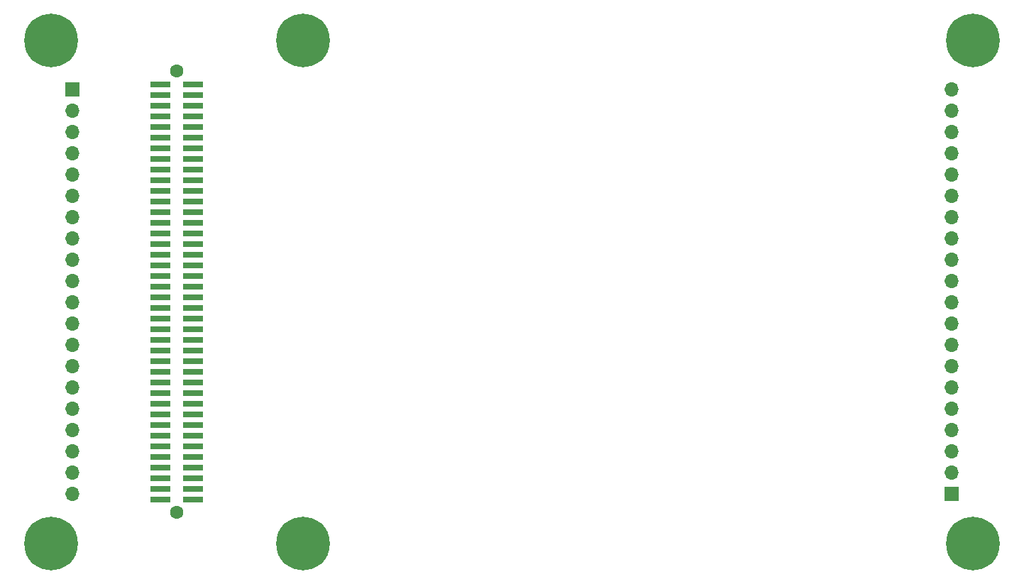
<source format=gbr>
G04 #@! TF.GenerationSoftware,KiCad,Pcbnew,(5.0.0-rc2-dev-107-g49486b83b)*
G04 #@! TF.CreationDate,2018-03-28T00:44:18+08:00*
G04 #@! TF.ProjectId,ebox-basic,65626F782D62617369632E6B69636164,rev?*
G04 #@! TF.SameCoordinates,Original*
G04 #@! TF.FileFunction,Soldermask,Bot*
G04 #@! TF.FilePolarity,Negative*
%FSLAX46Y46*%
G04 Gerber Fmt 4.6, Leading zero omitted, Abs format (unit mm)*
G04 Created by KiCad (PCBNEW (5.0.0-rc2-dev-107-g49486b83b)) date 03/28/18 00:44:18*
%MOMM*%
%LPD*%
G01*
G04 APERTURE LIST*
%ADD10C,1.600000*%
%ADD11R,2.400000X0.750000*%
%ADD12C,0.800000*%
%ADD13C,6.400000*%
%ADD14R,1.700000X1.700000*%
%ADD15O,1.700000X1.700000*%
G04 APERTURE END LIST*
D10*
X22500000Y-63839800D03*
X22500000Y-11122100D03*
D11*
X24450000Y-62265000D03*
X20550000Y-62265000D03*
X24450000Y-60995000D03*
X20550000Y-60995000D03*
X24450000Y-59725000D03*
X20550000Y-59725000D03*
X24450000Y-58455000D03*
X20550000Y-58455000D03*
X24450000Y-57185000D03*
X20550000Y-57185000D03*
X24450000Y-55915000D03*
X20550000Y-55915000D03*
X24450000Y-54645000D03*
X20550000Y-54645000D03*
X24450000Y-53375000D03*
X20550000Y-53375000D03*
X24450000Y-52105000D03*
X20550000Y-52105000D03*
X24450000Y-50835000D03*
X20550000Y-50835000D03*
X24450000Y-49565000D03*
X20550000Y-49565000D03*
X24450000Y-48295000D03*
X20550000Y-48295000D03*
X24450000Y-47025000D03*
X20550000Y-47025000D03*
X24450000Y-45755000D03*
X20550000Y-45755000D03*
X24450000Y-44485000D03*
X20550000Y-44485000D03*
X24450000Y-43215000D03*
X20550000Y-43215000D03*
X24450000Y-41945000D03*
X20550000Y-41945000D03*
X24450000Y-40675000D03*
X20550000Y-40675000D03*
X24450000Y-39405000D03*
X20550000Y-39405000D03*
X24450000Y-38135000D03*
X20550000Y-38135000D03*
X24450000Y-36865000D03*
X20550000Y-36865000D03*
X24450000Y-35595000D03*
X20550000Y-35595000D03*
X24450000Y-34325000D03*
X20550000Y-34325000D03*
X24450000Y-33055000D03*
X20550000Y-33055000D03*
X24450000Y-31785000D03*
X20550000Y-31785000D03*
X24450000Y-30515000D03*
X20550000Y-30515000D03*
X24450000Y-29245000D03*
X20550000Y-29245000D03*
X24450000Y-27975000D03*
X20550000Y-27975000D03*
X24450000Y-26705000D03*
X20550000Y-26705000D03*
X24450000Y-25435000D03*
X20550000Y-25435000D03*
X24450000Y-24165000D03*
X20550000Y-24165000D03*
X24450000Y-22895000D03*
X20550000Y-22895000D03*
X24450000Y-21625000D03*
X20550000Y-21625000D03*
X24450000Y-20355000D03*
X20550000Y-20355000D03*
X24450000Y-19085000D03*
X20550000Y-19085000D03*
X24450000Y-17815000D03*
X20550000Y-17815000D03*
X24450000Y-16545000D03*
X20550000Y-16545000D03*
X24450000Y-15275000D03*
X20550000Y-15275000D03*
X24450000Y-14005000D03*
X20550000Y-14005000D03*
X24450000Y-12735000D03*
X20550000Y-12735000D03*
D10*
X22512700Y-11122100D03*
X22500000Y-63839800D03*
D12*
X9197056Y-5802944D03*
X7500000Y-5100000D03*
X5802944Y-5802944D03*
X5100000Y-7500000D03*
X5802944Y-9197056D03*
X7500000Y-9900000D03*
X9197056Y-9197056D03*
X9900000Y-7500000D03*
D13*
X7500000Y-7500000D03*
D12*
X39197056Y-5802944D03*
X37500000Y-5100000D03*
X35802944Y-5802944D03*
X35100000Y-7500000D03*
X35802944Y-9197056D03*
X37500000Y-9900000D03*
X39197056Y-9197056D03*
X39900000Y-7500000D03*
D13*
X37500000Y-7500000D03*
D12*
X9197056Y-65802944D03*
X7500000Y-65100000D03*
X5802944Y-65802944D03*
X5100000Y-67500000D03*
X5802944Y-69197056D03*
X7500000Y-69900000D03*
X9197056Y-69197056D03*
X9900000Y-67500000D03*
D13*
X7500000Y-67500000D03*
D12*
X39197056Y-65802944D03*
X37500000Y-65100000D03*
X35802944Y-65802944D03*
X35100000Y-67500000D03*
X35802944Y-69197056D03*
X37500000Y-69900000D03*
X39197056Y-69197056D03*
X39900000Y-67500000D03*
D13*
X37500000Y-67500000D03*
D14*
X10060000Y-13370000D03*
D15*
X10060000Y-15910000D03*
X10060000Y-18450000D03*
X10060000Y-20990000D03*
X10060000Y-23530000D03*
X10060000Y-26070000D03*
X10060000Y-28610000D03*
X10060000Y-31150000D03*
X10060000Y-33690000D03*
X10060000Y-36230000D03*
X10060000Y-38770000D03*
X10060000Y-41310000D03*
X10060000Y-43850000D03*
X10060000Y-46390000D03*
X10060000Y-48930000D03*
X10060000Y-51470000D03*
X10060000Y-54010000D03*
X10060000Y-56550000D03*
X10060000Y-59090000D03*
X10060000Y-61630000D03*
X114940000Y-13370000D03*
X114940000Y-15910000D03*
X114940000Y-18450000D03*
X114940000Y-20990000D03*
X114940000Y-23530000D03*
X114940000Y-26070000D03*
X114940000Y-28610000D03*
X114940000Y-31150000D03*
X114940000Y-33690000D03*
X114940000Y-36230000D03*
X114940000Y-38770000D03*
X114940000Y-41310000D03*
X114940000Y-43850000D03*
X114940000Y-46390000D03*
X114940000Y-48930000D03*
X114940000Y-51470000D03*
X114940000Y-54010000D03*
X114940000Y-56550000D03*
X114940000Y-59090000D03*
D14*
X114940000Y-61630000D03*
D13*
X117500000Y-7500000D03*
D12*
X119900000Y-7500000D03*
X119197056Y-9197056D03*
X117500000Y-9900000D03*
X115802944Y-9197056D03*
X115100000Y-7500000D03*
X115802944Y-5802944D03*
X117500000Y-5100000D03*
X119197056Y-5802944D03*
X119197056Y-65802944D03*
X117500000Y-65100000D03*
X115802944Y-65802944D03*
X115100000Y-67500000D03*
X115802944Y-69197056D03*
X117500000Y-69900000D03*
X119197056Y-69197056D03*
X119900000Y-67500000D03*
D13*
X117500000Y-67500000D03*
M02*

</source>
